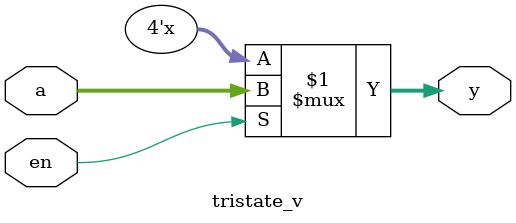
<source format=v>
module tristate_v 
(
input [3:0] a,
input en,
output [3:0] y
);
assign y = en ? a : 4'bz;
endmodule
</source>
